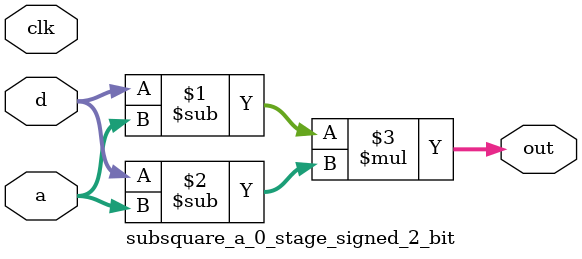
<source format=sv>
(* use_dsp = "yes" *) module subsquare_a_0_stage_signed_2_bit(
	input signed [1:0] a,
	input signed [1:0] d,
	output [1:0] out,
	input clk);

	assign out = (d - a) * (d - a);
endmodule

</source>
